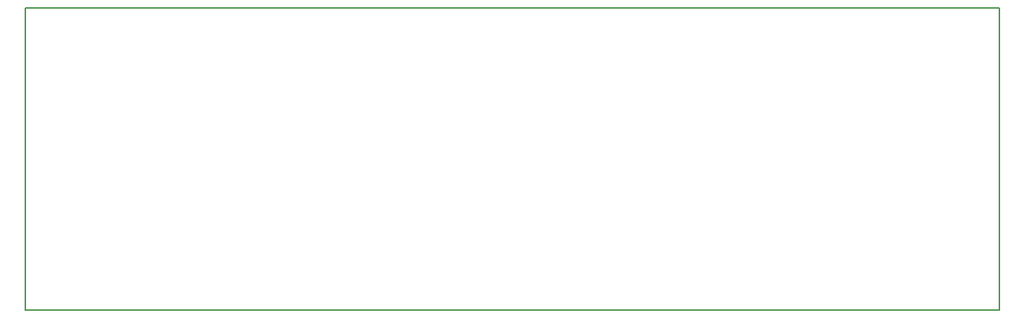
<source format=gm1>
G04 #@! TF.FileFunction,Profile,NP*
%FSLAX46Y46*%
G04 Gerber Fmt 4.6, Leading zero omitted, Abs format (unit mm)*
G04 Created by KiCad (PCBNEW 4.0.6) date 07/11/17 19:08:17*
%MOMM*%
%LPD*%
G01*
G04 APERTURE LIST*
%ADD10C,0.100000*%
%ADD11C,0.150000*%
G04 APERTURE END LIST*
D10*
D11*
X100000000Y-76200000D02*
X100000000Y-111555000D01*
X214000000Y-76200000D02*
X100000000Y-76200000D01*
X214000000Y-111555000D02*
X214000000Y-76200000D01*
X100000000Y-111555000D02*
X214000000Y-111555000D01*
M02*

</source>
